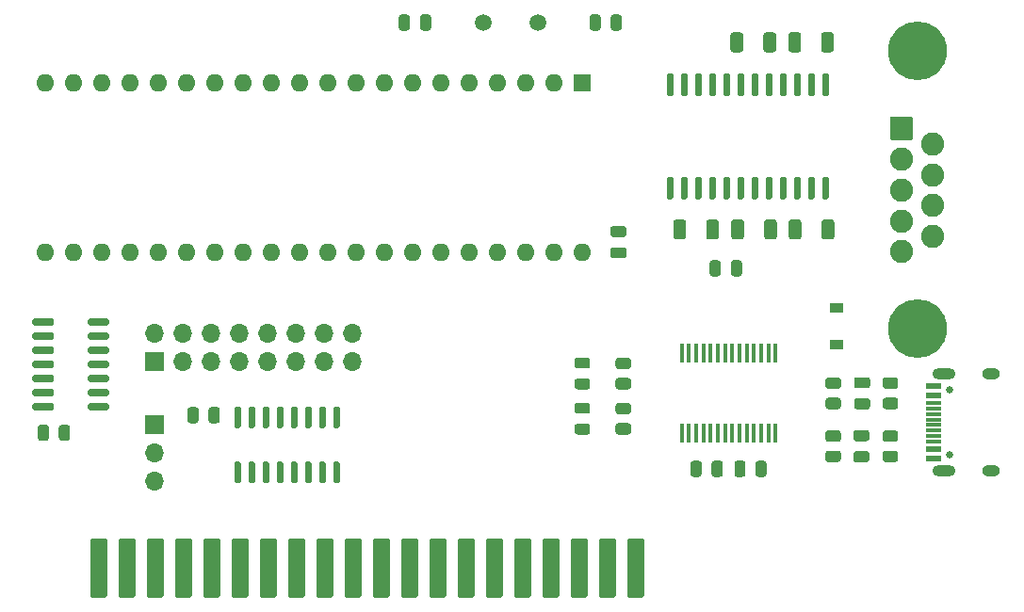
<source format=gbr>
G04 #@! TF.GenerationSoftware,KiCad,Pcbnew,(5.1.9-0-10_14)*
G04 #@! TF.CreationDate,2021-04-09T13:26:58-05:00*
G04 #@! TF.ProjectId,Serial Card,53657269-616c-4204-9361-72642e6b6963,rev?*
G04 #@! TF.SameCoordinates,Original*
G04 #@! TF.FileFunction,Soldermask,Top*
G04 #@! TF.FilePolarity,Negative*
%FSLAX46Y46*%
G04 Gerber Fmt 4.6, Leading zero omitted, Abs format (unit mm)*
G04 Created by KiCad (PCBNEW (5.1.9-0-10_14)) date 2021-04-09 13:26:58*
%MOMM*%
%LPD*%
G01*
G04 APERTURE LIST*
%ADD10R,1.200000X0.900000*%
%ADD11R,1.700000X1.700000*%
%ADD12O,1.700000X1.700000*%
%ADD13C,2.082800*%
%ADD14C,5.283200*%
%ADD15O,1.600000X1.000000*%
%ADD16C,0.650000*%
%ADD17O,2.100000X1.000000*%
%ADD18R,1.450000X0.300000*%
%ADD19R,1.450000X0.600000*%
%ADD20R,1.600000X1.600000*%
%ADD21O,1.600000X1.600000*%
%ADD22R,0.450000X1.750000*%
%ADD23C,1.500000*%
G04 APERTURE END LIST*
G36*
G01*
X166774000Y-96812000D02*
X166474000Y-96812000D01*
G75*
G02*
X166324000Y-96662000I0J150000D01*
G01*
X166324000Y-94912000D01*
G75*
G02*
X166474000Y-94762000I150000J0D01*
G01*
X166774000Y-94762000D01*
G75*
G02*
X166924000Y-94912000I0J-150000D01*
G01*
X166924000Y-96662000D01*
G75*
G02*
X166774000Y-96812000I-150000J0D01*
G01*
G37*
G36*
G01*
X168044000Y-96812000D02*
X167744000Y-96812000D01*
G75*
G02*
X167594000Y-96662000I0J150000D01*
G01*
X167594000Y-94912000D01*
G75*
G02*
X167744000Y-94762000I150000J0D01*
G01*
X168044000Y-94762000D01*
G75*
G02*
X168194000Y-94912000I0J-150000D01*
G01*
X168194000Y-96662000D01*
G75*
G02*
X168044000Y-96812000I-150000J0D01*
G01*
G37*
G36*
G01*
X169314000Y-96812000D02*
X169014000Y-96812000D01*
G75*
G02*
X168864000Y-96662000I0J150000D01*
G01*
X168864000Y-94912000D01*
G75*
G02*
X169014000Y-94762000I150000J0D01*
G01*
X169314000Y-94762000D01*
G75*
G02*
X169464000Y-94912000I0J-150000D01*
G01*
X169464000Y-96662000D01*
G75*
G02*
X169314000Y-96812000I-150000J0D01*
G01*
G37*
G36*
G01*
X170584000Y-96812000D02*
X170284000Y-96812000D01*
G75*
G02*
X170134000Y-96662000I0J150000D01*
G01*
X170134000Y-94912000D01*
G75*
G02*
X170284000Y-94762000I150000J0D01*
G01*
X170584000Y-94762000D01*
G75*
G02*
X170734000Y-94912000I0J-150000D01*
G01*
X170734000Y-96662000D01*
G75*
G02*
X170584000Y-96812000I-150000J0D01*
G01*
G37*
G36*
G01*
X171854000Y-96812000D02*
X171554000Y-96812000D01*
G75*
G02*
X171404000Y-96662000I0J150000D01*
G01*
X171404000Y-94912000D01*
G75*
G02*
X171554000Y-94762000I150000J0D01*
G01*
X171854000Y-94762000D01*
G75*
G02*
X172004000Y-94912000I0J-150000D01*
G01*
X172004000Y-96662000D01*
G75*
G02*
X171854000Y-96812000I-150000J0D01*
G01*
G37*
G36*
G01*
X173124000Y-96812000D02*
X172824000Y-96812000D01*
G75*
G02*
X172674000Y-96662000I0J150000D01*
G01*
X172674000Y-94912000D01*
G75*
G02*
X172824000Y-94762000I150000J0D01*
G01*
X173124000Y-94762000D01*
G75*
G02*
X173274000Y-94912000I0J-150000D01*
G01*
X173274000Y-96662000D01*
G75*
G02*
X173124000Y-96812000I-150000J0D01*
G01*
G37*
G36*
G01*
X174394000Y-96812000D02*
X174094000Y-96812000D01*
G75*
G02*
X173944000Y-96662000I0J150000D01*
G01*
X173944000Y-94912000D01*
G75*
G02*
X174094000Y-94762000I150000J0D01*
G01*
X174394000Y-94762000D01*
G75*
G02*
X174544000Y-94912000I0J-150000D01*
G01*
X174544000Y-96662000D01*
G75*
G02*
X174394000Y-96812000I-150000J0D01*
G01*
G37*
G36*
G01*
X175664000Y-96812000D02*
X175364000Y-96812000D01*
G75*
G02*
X175214000Y-96662000I0J150000D01*
G01*
X175214000Y-94912000D01*
G75*
G02*
X175364000Y-94762000I150000J0D01*
G01*
X175664000Y-94762000D01*
G75*
G02*
X175814000Y-94912000I0J-150000D01*
G01*
X175814000Y-96662000D01*
G75*
G02*
X175664000Y-96812000I-150000J0D01*
G01*
G37*
G36*
G01*
X176934000Y-96812000D02*
X176634000Y-96812000D01*
G75*
G02*
X176484000Y-96662000I0J150000D01*
G01*
X176484000Y-94912000D01*
G75*
G02*
X176634000Y-94762000I150000J0D01*
G01*
X176934000Y-94762000D01*
G75*
G02*
X177084000Y-94912000I0J-150000D01*
G01*
X177084000Y-96662000D01*
G75*
G02*
X176934000Y-96812000I-150000J0D01*
G01*
G37*
G36*
G01*
X178204000Y-96812000D02*
X177904000Y-96812000D01*
G75*
G02*
X177754000Y-96662000I0J150000D01*
G01*
X177754000Y-94912000D01*
G75*
G02*
X177904000Y-94762000I150000J0D01*
G01*
X178204000Y-94762000D01*
G75*
G02*
X178354000Y-94912000I0J-150000D01*
G01*
X178354000Y-96662000D01*
G75*
G02*
X178204000Y-96812000I-150000J0D01*
G01*
G37*
G36*
G01*
X179474000Y-96812000D02*
X179174000Y-96812000D01*
G75*
G02*
X179024000Y-96662000I0J150000D01*
G01*
X179024000Y-94912000D01*
G75*
G02*
X179174000Y-94762000I150000J0D01*
G01*
X179474000Y-94762000D01*
G75*
G02*
X179624000Y-94912000I0J-150000D01*
G01*
X179624000Y-96662000D01*
G75*
G02*
X179474000Y-96812000I-150000J0D01*
G01*
G37*
G36*
G01*
X180744000Y-96812000D02*
X180444000Y-96812000D01*
G75*
G02*
X180294000Y-96662000I0J150000D01*
G01*
X180294000Y-94912000D01*
G75*
G02*
X180444000Y-94762000I150000J0D01*
G01*
X180744000Y-94762000D01*
G75*
G02*
X180894000Y-94912000I0J-150000D01*
G01*
X180894000Y-96662000D01*
G75*
G02*
X180744000Y-96812000I-150000J0D01*
G01*
G37*
G36*
G01*
X180744000Y-87512000D02*
X180444000Y-87512000D01*
G75*
G02*
X180294000Y-87362000I0J150000D01*
G01*
X180294000Y-85612000D01*
G75*
G02*
X180444000Y-85462000I150000J0D01*
G01*
X180744000Y-85462000D01*
G75*
G02*
X180894000Y-85612000I0J-150000D01*
G01*
X180894000Y-87362000D01*
G75*
G02*
X180744000Y-87512000I-150000J0D01*
G01*
G37*
G36*
G01*
X179474000Y-87512000D02*
X179174000Y-87512000D01*
G75*
G02*
X179024000Y-87362000I0J150000D01*
G01*
X179024000Y-85612000D01*
G75*
G02*
X179174000Y-85462000I150000J0D01*
G01*
X179474000Y-85462000D01*
G75*
G02*
X179624000Y-85612000I0J-150000D01*
G01*
X179624000Y-87362000D01*
G75*
G02*
X179474000Y-87512000I-150000J0D01*
G01*
G37*
G36*
G01*
X178204000Y-87512000D02*
X177904000Y-87512000D01*
G75*
G02*
X177754000Y-87362000I0J150000D01*
G01*
X177754000Y-85612000D01*
G75*
G02*
X177904000Y-85462000I150000J0D01*
G01*
X178204000Y-85462000D01*
G75*
G02*
X178354000Y-85612000I0J-150000D01*
G01*
X178354000Y-87362000D01*
G75*
G02*
X178204000Y-87512000I-150000J0D01*
G01*
G37*
G36*
G01*
X176934000Y-87512000D02*
X176634000Y-87512000D01*
G75*
G02*
X176484000Y-87362000I0J150000D01*
G01*
X176484000Y-85612000D01*
G75*
G02*
X176634000Y-85462000I150000J0D01*
G01*
X176934000Y-85462000D01*
G75*
G02*
X177084000Y-85612000I0J-150000D01*
G01*
X177084000Y-87362000D01*
G75*
G02*
X176934000Y-87512000I-150000J0D01*
G01*
G37*
G36*
G01*
X175664000Y-87512000D02*
X175364000Y-87512000D01*
G75*
G02*
X175214000Y-87362000I0J150000D01*
G01*
X175214000Y-85612000D01*
G75*
G02*
X175364000Y-85462000I150000J0D01*
G01*
X175664000Y-85462000D01*
G75*
G02*
X175814000Y-85612000I0J-150000D01*
G01*
X175814000Y-87362000D01*
G75*
G02*
X175664000Y-87512000I-150000J0D01*
G01*
G37*
G36*
G01*
X174394000Y-87512000D02*
X174094000Y-87512000D01*
G75*
G02*
X173944000Y-87362000I0J150000D01*
G01*
X173944000Y-85612000D01*
G75*
G02*
X174094000Y-85462000I150000J0D01*
G01*
X174394000Y-85462000D01*
G75*
G02*
X174544000Y-85612000I0J-150000D01*
G01*
X174544000Y-87362000D01*
G75*
G02*
X174394000Y-87512000I-150000J0D01*
G01*
G37*
G36*
G01*
X173124000Y-87512000D02*
X172824000Y-87512000D01*
G75*
G02*
X172674000Y-87362000I0J150000D01*
G01*
X172674000Y-85612000D01*
G75*
G02*
X172824000Y-85462000I150000J0D01*
G01*
X173124000Y-85462000D01*
G75*
G02*
X173274000Y-85612000I0J-150000D01*
G01*
X173274000Y-87362000D01*
G75*
G02*
X173124000Y-87512000I-150000J0D01*
G01*
G37*
G36*
G01*
X171854000Y-87512000D02*
X171554000Y-87512000D01*
G75*
G02*
X171404000Y-87362000I0J150000D01*
G01*
X171404000Y-85612000D01*
G75*
G02*
X171554000Y-85462000I150000J0D01*
G01*
X171854000Y-85462000D01*
G75*
G02*
X172004000Y-85612000I0J-150000D01*
G01*
X172004000Y-87362000D01*
G75*
G02*
X171854000Y-87512000I-150000J0D01*
G01*
G37*
G36*
G01*
X170584000Y-87512000D02*
X170284000Y-87512000D01*
G75*
G02*
X170134000Y-87362000I0J150000D01*
G01*
X170134000Y-85612000D01*
G75*
G02*
X170284000Y-85462000I150000J0D01*
G01*
X170584000Y-85462000D01*
G75*
G02*
X170734000Y-85612000I0J-150000D01*
G01*
X170734000Y-87362000D01*
G75*
G02*
X170584000Y-87512000I-150000J0D01*
G01*
G37*
G36*
G01*
X169314000Y-87512000D02*
X169014000Y-87512000D01*
G75*
G02*
X168864000Y-87362000I0J150000D01*
G01*
X168864000Y-85612000D01*
G75*
G02*
X169014000Y-85462000I150000J0D01*
G01*
X169314000Y-85462000D01*
G75*
G02*
X169464000Y-85612000I0J-150000D01*
G01*
X169464000Y-87362000D01*
G75*
G02*
X169314000Y-87512000I-150000J0D01*
G01*
G37*
G36*
G01*
X168044000Y-87512000D02*
X167744000Y-87512000D01*
G75*
G02*
X167594000Y-87362000I0J150000D01*
G01*
X167594000Y-85612000D01*
G75*
G02*
X167744000Y-85462000I150000J0D01*
G01*
X168044000Y-85462000D01*
G75*
G02*
X168194000Y-85612000I0J-150000D01*
G01*
X168194000Y-87362000D01*
G75*
G02*
X168044000Y-87512000I-150000J0D01*
G01*
G37*
G36*
G01*
X166774000Y-87512000D02*
X166474000Y-87512000D01*
G75*
G02*
X166324000Y-87362000I0J150000D01*
G01*
X166324000Y-85612000D01*
G75*
G02*
X166474000Y-85462000I150000J0D01*
G01*
X166774000Y-85462000D01*
G75*
G02*
X166924000Y-85612000I0J-150000D01*
G01*
X166924000Y-87362000D01*
G75*
G02*
X166774000Y-87512000I-150000J0D01*
G01*
G37*
G36*
G01*
X115925000Y-132591600D02*
X114655000Y-132591600D01*
G75*
G02*
X114553400Y-132490000I0J101600D01*
G01*
X114553400Y-127410000D01*
G75*
G02*
X114655000Y-127308400I101600J0D01*
G01*
X115925000Y-127308400D01*
G75*
G02*
X116026600Y-127410000I0J-101600D01*
G01*
X116026600Y-132490000D01*
G75*
G02*
X115925000Y-132591600I-101600J0D01*
G01*
G37*
G36*
G01*
X118465000Y-132591600D02*
X117195000Y-132591600D01*
G75*
G02*
X117093400Y-132490000I0J101600D01*
G01*
X117093400Y-127410000D01*
G75*
G02*
X117195000Y-127308400I101600J0D01*
G01*
X118465000Y-127308400D01*
G75*
G02*
X118566600Y-127410000I0J-101600D01*
G01*
X118566600Y-132490000D01*
G75*
G02*
X118465000Y-132591600I-101600J0D01*
G01*
G37*
G36*
G01*
X121005000Y-132591600D02*
X119735000Y-132591600D01*
G75*
G02*
X119633400Y-132490000I0J101600D01*
G01*
X119633400Y-127410000D01*
G75*
G02*
X119735000Y-127308400I101600J0D01*
G01*
X121005000Y-127308400D01*
G75*
G02*
X121106600Y-127410000I0J-101600D01*
G01*
X121106600Y-132490000D01*
G75*
G02*
X121005000Y-132591600I-101600J0D01*
G01*
G37*
G36*
G01*
X123545000Y-132591600D02*
X122275000Y-132591600D01*
G75*
G02*
X122173400Y-132490000I0J101600D01*
G01*
X122173400Y-127410000D01*
G75*
G02*
X122275000Y-127308400I101600J0D01*
G01*
X123545000Y-127308400D01*
G75*
G02*
X123646600Y-127410000I0J-101600D01*
G01*
X123646600Y-132490000D01*
G75*
G02*
X123545000Y-132591600I-101600J0D01*
G01*
G37*
G36*
G01*
X126085000Y-132591600D02*
X124815000Y-132591600D01*
G75*
G02*
X124713400Y-132490000I0J101600D01*
G01*
X124713400Y-127410000D01*
G75*
G02*
X124815000Y-127308400I101600J0D01*
G01*
X126085000Y-127308400D01*
G75*
G02*
X126186600Y-127410000I0J-101600D01*
G01*
X126186600Y-132490000D01*
G75*
G02*
X126085000Y-132591600I-101600J0D01*
G01*
G37*
G36*
G01*
X128625000Y-132591600D02*
X127355000Y-132591600D01*
G75*
G02*
X127253400Y-132490000I0J101600D01*
G01*
X127253400Y-127410000D01*
G75*
G02*
X127355000Y-127308400I101600J0D01*
G01*
X128625000Y-127308400D01*
G75*
G02*
X128726600Y-127410000I0J-101600D01*
G01*
X128726600Y-132490000D01*
G75*
G02*
X128625000Y-132591600I-101600J0D01*
G01*
G37*
G36*
G01*
X131165000Y-132591600D02*
X129895000Y-132591600D01*
G75*
G02*
X129793400Y-132490000I0J101600D01*
G01*
X129793400Y-127410000D01*
G75*
G02*
X129895000Y-127308400I101600J0D01*
G01*
X131165000Y-127308400D01*
G75*
G02*
X131266600Y-127410000I0J-101600D01*
G01*
X131266600Y-132490000D01*
G75*
G02*
X131165000Y-132591600I-101600J0D01*
G01*
G37*
G36*
G01*
X133705000Y-132591600D02*
X132435000Y-132591600D01*
G75*
G02*
X132333400Y-132490000I0J101600D01*
G01*
X132333400Y-127410000D01*
G75*
G02*
X132435000Y-127308400I101600J0D01*
G01*
X133705000Y-127308400D01*
G75*
G02*
X133806600Y-127410000I0J-101600D01*
G01*
X133806600Y-132490000D01*
G75*
G02*
X133705000Y-132591600I-101600J0D01*
G01*
G37*
G36*
G01*
X136245000Y-132591600D02*
X134975000Y-132591600D01*
G75*
G02*
X134873400Y-132490000I0J101600D01*
G01*
X134873400Y-127410000D01*
G75*
G02*
X134975000Y-127308400I101600J0D01*
G01*
X136245000Y-127308400D01*
G75*
G02*
X136346600Y-127410000I0J-101600D01*
G01*
X136346600Y-132490000D01*
G75*
G02*
X136245000Y-132591600I-101600J0D01*
G01*
G37*
G36*
G01*
X138785000Y-132591600D02*
X137515000Y-132591600D01*
G75*
G02*
X137413400Y-132490000I0J101600D01*
G01*
X137413400Y-127410000D01*
G75*
G02*
X137515000Y-127308400I101600J0D01*
G01*
X138785000Y-127308400D01*
G75*
G02*
X138886600Y-127410000I0J-101600D01*
G01*
X138886600Y-132490000D01*
G75*
G02*
X138785000Y-132591600I-101600J0D01*
G01*
G37*
G36*
G01*
X141325000Y-132591600D02*
X140055000Y-132591600D01*
G75*
G02*
X139953400Y-132490000I0J101600D01*
G01*
X139953400Y-127410000D01*
G75*
G02*
X140055000Y-127308400I101600J0D01*
G01*
X141325000Y-127308400D01*
G75*
G02*
X141426600Y-127410000I0J-101600D01*
G01*
X141426600Y-132490000D01*
G75*
G02*
X141325000Y-132591600I-101600J0D01*
G01*
G37*
G36*
G01*
X143865000Y-132591600D02*
X142595000Y-132591600D01*
G75*
G02*
X142493400Y-132490000I0J101600D01*
G01*
X142493400Y-127410000D01*
G75*
G02*
X142595000Y-127308400I101600J0D01*
G01*
X143865000Y-127308400D01*
G75*
G02*
X143966600Y-127410000I0J-101600D01*
G01*
X143966600Y-132490000D01*
G75*
G02*
X143865000Y-132591600I-101600J0D01*
G01*
G37*
G36*
G01*
X146405000Y-132591600D02*
X145135000Y-132591600D01*
G75*
G02*
X145033400Y-132490000I0J101600D01*
G01*
X145033400Y-127410000D01*
G75*
G02*
X145135000Y-127308400I101600J0D01*
G01*
X146405000Y-127308400D01*
G75*
G02*
X146506600Y-127410000I0J-101600D01*
G01*
X146506600Y-132490000D01*
G75*
G02*
X146405000Y-132591600I-101600J0D01*
G01*
G37*
G36*
G01*
X148945000Y-132591600D02*
X147675000Y-132591600D01*
G75*
G02*
X147573400Y-132490000I0J101600D01*
G01*
X147573400Y-127410000D01*
G75*
G02*
X147675000Y-127308400I101600J0D01*
G01*
X148945000Y-127308400D01*
G75*
G02*
X149046600Y-127410000I0J-101600D01*
G01*
X149046600Y-132490000D01*
G75*
G02*
X148945000Y-132591600I-101600J0D01*
G01*
G37*
G36*
G01*
X151485000Y-132591600D02*
X150215000Y-132591600D01*
G75*
G02*
X150113400Y-132490000I0J101600D01*
G01*
X150113400Y-127410000D01*
G75*
G02*
X150215000Y-127308400I101600J0D01*
G01*
X151485000Y-127308400D01*
G75*
G02*
X151586600Y-127410000I0J-101600D01*
G01*
X151586600Y-132490000D01*
G75*
G02*
X151485000Y-132591600I-101600J0D01*
G01*
G37*
G36*
G01*
X154025000Y-132591600D02*
X152755000Y-132591600D01*
G75*
G02*
X152653400Y-132490000I0J101600D01*
G01*
X152653400Y-127410000D01*
G75*
G02*
X152755000Y-127308400I101600J0D01*
G01*
X154025000Y-127308400D01*
G75*
G02*
X154126600Y-127410000I0J-101600D01*
G01*
X154126600Y-132490000D01*
G75*
G02*
X154025000Y-132591600I-101600J0D01*
G01*
G37*
G36*
G01*
X156565000Y-132591600D02*
X155295000Y-132591600D01*
G75*
G02*
X155193400Y-132490000I0J101600D01*
G01*
X155193400Y-127410000D01*
G75*
G02*
X155295000Y-127308400I101600J0D01*
G01*
X156565000Y-127308400D01*
G75*
G02*
X156666600Y-127410000I0J-101600D01*
G01*
X156666600Y-132490000D01*
G75*
G02*
X156565000Y-132591600I-101600J0D01*
G01*
G37*
G36*
G01*
X159105000Y-132591600D02*
X157835000Y-132591600D01*
G75*
G02*
X157733400Y-132490000I0J101600D01*
G01*
X157733400Y-127410000D01*
G75*
G02*
X157835000Y-127308400I101600J0D01*
G01*
X159105000Y-127308400D01*
G75*
G02*
X159206600Y-127410000I0J-101600D01*
G01*
X159206600Y-132490000D01*
G75*
G02*
X159105000Y-132591600I-101600J0D01*
G01*
G37*
G36*
G01*
X161645000Y-132591600D02*
X160375000Y-132591600D01*
G75*
G02*
X160273400Y-132490000I0J101600D01*
G01*
X160273400Y-127410000D01*
G75*
G02*
X160375000Y-127308400I101600J0D01*
G01*
X161645000Y-127308400D01*
G75*
G02*
X161746600Y-127410000I0J-101600D01*
G01*
X161746600Y-132490000D01*
G75*
G02*
X161645000Y-132591600I-101600J0D01*
G01*
G37*
G36*
G01*
X164185000Y-132591600D02*
X162915000Y-132591600D01*
G75*
G02*
X162813400Y-132490000I0J101600D01*
G01*
X162813400Y-127410000D01*
G75*
G02*
X162915000Y-127308400I101600J0D01*
G01*
X164185000Y-127308400D01*
G75*
G02*
X164286600Y-127410000I0J-101600D01*
G01*
X164286600Y-132490000D01*
G75*
G02*
X164185000Y-132591600I-101600J0D01*
G01*
G37*
G36*
G01*
X173280500Y-98854499D02*
X173280500Y-100154501D01*
G75*
G02*
X173030501Y-100404500I-249999J0D01*
G01*
X172380499Y-100404500D01*
G75*
G02*
X172130500Y-100154501I0J249999D01*
G01*
X172130500Y-98854499D01*
G75*
G02*
X172380499Y-98604500I249999J0D01*
G01*
X173030501Y-98604500D01*
G75*
G02*
X173280500Y-98854499I0J-249999D01*
G01*
G37*
G36*
G01*
X176230500Y-98854499D02*
X176230500Y-100154501D01*
G75*
G02*
X175980501Y-100404500I-249999J0D01*
G01*
X175330499Y-100404500D01*
G75*
G02*
X175080500Y-100154501I0J249999D01*
G01*
X175080500Y-98854499D01*
G75*
G02*
X175330499Y-98604500I249999J0D01*
G01*
X175980501Y-98604500D01*
G75*
G02*
X176230500Y-98854499I0J-249999D01*
G01*
G37*
G36*
G01*
X171023500Y-98854499D02*
X171023500Y-100154501D01*
G75*
G02*
X170773501Y-100404500I-249999J0D01*
G01*
X170123499Y-100404500D01*
G75*
G02*
X169873500Y-100154501I0J249999D01*
G01*
X169873500Y-98854499D01*
G75*
G02*
X170123499Y-98604500I249999J0D01*
G01*
X170773501Y-98604500D01*
G75*
G02*
X171023500Y-98854499I0J-249999D01*
G01*
G37*
G36*
G01*
X168073500Y-98854499D02*
X168073500Y-100154501D01*
G75*
G02*
X167823501Y-100404500I-249999J0D01*
G01*
X167173499Y-100404500D01*
G75*
G02*
X166923500Y-100154501I0J249999D01*
G01*
X166923500Y-98854499D01*
G75*
G02*
X167173499Y-98604500I249999J0D01*
G01*
X167823501Y-98604500D01*
G75*
G02*
X168073500Y-98854499I0J-249999D01*
G01*
G37*
G36*
G01*
X180238500Y-100154501D02*
X180238500Y-98854499D01*
G75*
G02*
X180488499Y-98604500I249999J0D01*
G01*
X181138501Y-98604500D01*
G75*
G02*
X181388500Y-98854499I0J-249999D01*
G01*
X181388500Y-100154501D01*
G75*
G02*
X181138501Y-100404500I-249999J0D01*
G01*
X180488499Y-100404500D01*
G75*
G02*
X180238500Y-100154501I0J249999D01*
G01*
G37*
G36*
G01*
X177288500Y-100154501D02*
X177288500Y-98854499D01*
G75*
G02*
X177538499Y-98604500I249999J0D01*
G01*
X178188501Y-98604500D01*
G75*
G02*
X178438500Y-98854499I0J-249999D01*
G01*
X178438500Y-100154501D01*
G75*
G02*
X178188501Y-100404500I-249999J0D01*
G01*
X177538499Y-100404500D01*
G75*
G02*
X177288500Y-100154501I0J249999D01*
G01*
G37*
G36*
G01*
X181359500Y-82026999D02*
X181359500Y-83327001D01*
G75*
G02*
X181109501Y-83577000I-249999J0D01*
G01*
X180459499Y-83577000D01*
G75*
G02*
X180209500Y-83327001I0J249999D01*
G01*
X180209500Y-82026999D01*
G75*
G02*
X180459499Y-81777000I249999J0D01*
G01*
X181109501Y-81777000D01*
G75*
G02*
X181359500Y-82026999I0J-249999D01*
G01*
G37*
G36*
G01*
X178409500Y-82026999D02*
X178409500Y-83327001D01*
G75*
G02*
X178159501Y-83577000I-249999J0D01*
G01*
X177509499Y-83577000D01*
G75*
G02*
X177259500Y-83327001I0J249999D01*
G01*
X177259500Y-82026999D01*
G75*
G02*
X177509499Y-81777000I249999J0D01*
G01*
X178159501Y-81777000D01*
G75*
G02*
X178409500Y-82026999I0J-249999D01*
G01*
G37*
G36*
G01*
X172067000Y-83327001D02*
X172067000Y-82026999D01*
G75*
G02*
X172316999Y-81777000I249999J0D01*
G01*
X172967001Y-81777000D01*
G75*
G02*
X173217000Y-82026999I0J-249999D01*
G01*
X173217000Y-83327001D01*
G75*
G02*
X172967001Y-83577000I-249999J0D01*
G01*
X172316999Y-83577000D01*
G75*
G02*
X172067000Y-83327001I0J249999D01*
G01*
G37*
G36*
G01*
X175017000Y-83327001D02*
X175017000Y-82026999D01*
G75*
G02*
X175266999Y-81777000I249999J0D01*
G01*
X175917001Y-81777000D01*
G75*
G02*
X176167000Y-82026999I0J-249999D01*
G01*
X176167000Y-83327001D01*
G75*
G02*
X175917001Y-83577000I-249999J0D01*
G01*
X175266999Y-83577000D01*
G75*
G02*
X175017000Y-83327001I0J249999D01*
G01*
G37*
G36*
G01*
X126164000Y-115730000D02*
X126164000Y-116680000D01*
G75*
G02*
X125914000Y-116930000I-250000J0D01*
G01*
X125414000Y-116930000D01*
G75*
G02*
X125164000Y-116680000I0J250000D01*
G01*
X125164000Y-115730000D01*
G75*
G02*
X125414000Y-115480000I250000J0D01*
G01*
X125914000Y-115480000D01*
G75*
G02*
X126164000Y-115730000I0J-250000D01*
G01*
G37*
G36*
G01*
X124264000Y-115730000D02*
X124264000Y-116680000D01*
G75*
G02*
X124014000Y-116930000I-250000J0D01*
G01*
X123514000Y-116930000D01*
G75*
G02*
X123264000Y-116680000I0J250000D01*
G01*
X123264000Y-115730000D01*
G75*
G02*
X123514000Y-115480000I250000J0D01*
G01*
X124014000Y-115480000D01*
G75*
G02*
X124264000Y-115730000I0J-250000D01*
G01*
G37*
G36*
G01*
X162293000Y-80424000D02*
X162293000Y-81374000D01*
G75*
G02*
X162043000Y-81624000I-250000J0D01*
G01*
X161543000Y-81624000D01*
G75*
G02*
X161293000Y-81374000I0J250000D01*
G01*
X161293000Y-80424000D01*
G75*
G02*
X161543000Y-80174000I250000J0D01*
G01*
X162043000Y-80174000D01*
G75*
G02*
X162293000Y-80424000I0J-250000D01*
G01*
G37*
G36*
G01*
X160393000Y-80424000D02*
X160393000Y-81374000D01*
G75*
G02*
X160143000Y-81624000I-250000J0D01*
G01*
X159643000Y-81624000D01*
G75*
G02*
X159393000Y-81374000I0J250000D01*
G01*
X159393000Y-80424000D01*
G75*
G02*
X159643000Y-80174000I250000J0D01*
G01*
X160143000Y-80174000D01*
G75*
G02*
X160393000Y-80424000I0J-250000D01*
G01*
G37*
G36*
G01*
X144153000Y-81374000D02*
X144153000Y-80424000D01*
G75*
G02*
X144403000Y-80174000I250000J0D01*
G01*
X144903000Y-80174000D01*
G75*
G02*
X145153000Y-80424000I0J-250000D01*
G01*
X145153000Y-81374000D01*
G75*
G02*
X144903000Y-81624000I-250000J0D01*
G01*
X144403000Y-81624000D01*
G75*
G02*
X144153000Y-81374000I0J250000D01*
G01*
G37*
G36*
G01*
X142253000Y-81374000D02*
X142253000Y-80424000D01*
G75*
G02*
X142503000Y-80174000I250000J0D01*
G01*
X143003000Y-80174000D01*
G75*
G02*
X143253000Y-80424000I0J-250000D01*
G01*
X143253000Y-81374000D01*
G75*
G02*
X143003000Y-81624000I-250000J0D01*
G01*
X142503000Y-81624000D01*
G75*
G02*
X142253000Y-81374000I0J250000D01*
G01*
G37*
G36*
G01*
X183421000Y-114686500D02*
X184371000Y-114686500D01*
G75*
G02*
X184621000Y-114936500I0J-250000D01*
G01*
X184621000Y-115436500D01*
G75*
G02*
X184371000Y-115686500I-250000J0D01*
G01*
X183421000Y-115686500D01*
G75*
G02*
X183171000Y-115436500I0J250000D01*
G01*
X183171000Y-114936500D01*
G75*
G02*
X183421000Y-114686500I250000J0D01*
G01*
G37*
G36*
G01*
X183421000Y-112786500D02*
X184371000Y-112786500D01*
G75*
G02*
X184621000Y-113036500I0J-250000D01*
G01*
X184621000Y-113536500D01*
G75*
G02*
X184371000Y-113786500I-250000J0D01*
G01*
X183421000Y-113786500D01*
G75*
G02*
X183171000Y-113536500I0J250000D01*
G01*
X183171000Y-113036500D01*
G75*
G02*
X183421000Y-112786500I250000J0D01*
G01*
G37*
G36*
G01*
X184307500Y-120449000D02*
X183357500Y-120449000D01*
G75*
G02*
X183107500Y-120199000I0J250000D01*
G01*
X183107500Y-119699000D01*
G75*
G02*
X183357500Y-119449000I250000J0D01*
G01*
X184307500Y-119449000D01*
G75*
G02*
X184557500Y-119699000I0J-250000D01*
G01*
X184557500Y-120199000D01*
G75*
G02*
X184307500Y-120449000I-250000J0D01*
G01*
G37*
G36*
G01*
X184307500Y-118549000D02*
X183357500Y-118549000D01*
G75*
G02*
X183107500Y-118299000I0J250000D01*
G01*
X183107500Y-117799000D01*
G75*
G02*
X183357500Y-117549000I250000J0D01*
G01*
X184307500Y-117549000D01*
G75*
G02*
X184557500Y-117799000I0J-250000D01*
G01*
X184557500Y-118299000D01*
G75*
G02*
X184307500Y-118549000I-250000J0D01*
G01*
G37*
G36*
G01*
X171376000Y-120556000D02*
X171376000Y-121506000D01*
G75*
G02*
X171126000Y-121756000I-250000J0D01*
G01*
X170626000Y-121756000D01*
G75*
G02*
X170376000Y-121506000I0J250000D01*
G01*
X170376000Y-120556000D01*
G75*
G02*
X170626000Y-120306000I250000J0D01*
G01*
X171126000Y-120306000D01*
G75*
G02*
X171376000Y-120556000I0J-250000D01*
G01*
G37*
G36*
G01*
X169476000Y-120556000D02*
X169476000Y-121506000D01*
G75*
G02*
X169226000Y-121756000I-250000J0D01*
G01*
X168726000Y-121756000D01*
G75*
G02*
X168476000Y-121506000I0J250000D01*
G01*
X168476000Y-120556000D01*
G75*
G02*
X168726000Y-120306000I250000J0D01*
G01*
X169226000Y-120306000D01*
G75*
G02*
X169476000Y-120556000I0J-250000D01*
G01*
G37*
G36*
G01*
X173090500Y-102522000D02*
X173090500Y-103472000D01*
G75*
G02*
X172840500Y-103722000I-250000J0D01*
G01*
X172340500Y-103722000D01*
G75*
G02*
X172090500Y-103472000I0J250000D01*
G01*
X172090500Y-102522000D01*
G75*
G02*
X172340500Y-102272000I250000J0D01*
G01*
X172840500Y-102272000D01*
G75*
G02*
X173090500Y-102522000I0J-250000D01*
G01*
G37*
G36*
G01*
X171190500Y-102522000D02*
X171190500Y-103472000D01*
G75*
G02*
X170940500Y-103722000I-250000J0D01*
G01*
X170440500Y-103722000D01*
G75*
G02*
X170190500Y-103472000I0J250000D01*
G01*
X170190500Y-102522000D01*
G75*
G02*
X170440500Y-102272000I250000J0D01*
G01*
X170940500Y-102272000D01*
G75*
G02*
X171190500Y-102522000I0J-250000D01*
G01*
G37*
G36*
G01*
X162463500Y-102097500D02*
X161513500Y-102097500D01*
G75*
G02*
X161263500Y-101847500I0J250000D01*
G01*
X161263500Y-101347500D01*
G75*
G02*
X161513500Y-101097500I250000J0D01*
G01*
X162463500Y-101097500D01*
G75*
G02*
X162713500Y-101347500I0J-250000D01*
G01*
X162713500Y-101847500D01*
G75*
G02*
X162463500Y-102097500I-250000J0D01*
G01*
G37*
G36*
G01*
X162463500Y-100197500D02*
X161513500Y-100197500D01*
G75*
G02*
X161263500Y-99947500I0J250000D01*
G01*
X161263500Y-99447500D01*
G75*
G02*
X161513500Y-99197500I250000J0D01*
G01*
X162463500Y-99197500D01*
G75*
G02*
X162713500Y-99447500I0J-250000D01*
G01*
X162713500Y-99947500D01*
G75*
G02*
X162463500Y-100197500I-250000J0D01*
G01*
G37*
G36*
G01*
X174313000Y-121506000D02*
X174313000Y-120556000D01*
G75*
G02*
X174563000Y-120306000I250000J0D01*
G01*
X175063000Y-120306000D01*
G75*
G02*
X175313000Y-120556000I0J-250000D01*
G01*
X175313000Y-121506000D01*
G75*
G02*
X175063000Y-121756000I-250000J0D01*
G01*
X174563000Y-121756000D01*
G75*
G02*
X174313000Y-121506000I0J250000D01*
G01*
G37*
G36*
G01*
X172413000Y-121506000D02*
X172413000Y-120556000D01*
G75*
G02*
X172663000Y-120306000I250000J0D01*
G01*
X173163000Y-120306000D01*
G75*
G02*
X173413000Y-120556000I0J-250000D01*
G01*
X173413000Y-121506000D01*
G75*
G02*
X173163000Y-121756000I-250000J0D01*
G01*
X172663000Y-121756000D01*
G75*
G02*
X172413000Y-121506000I0J250000D01*
G01*
G37*
G36*
G01*
X111702000Y-118267500D02*
X111702000Y-117317500D01*
G75*
G02*
X111952000Y-117067500I250000J0D01*
G01*
X112452000Y-117067500D01*
G75*
G02*
X112702000Y-117317500I0J-250000D01*
G01*
X112702000Y-118267500D01*
G75*
G02*
X112452000Y-118517500I-250000J0D01*
G01*
X111952000Y-118517500D01*
G75*
G02*
X111702000Y-118267500I0J250000D01*
G01*
G37*
G36*
G01*
X109802000Y-118267500D02*
X109802000Y-117317500D01*
G75*
G02*
X110052000Y-117067500I250000J0D01*
G01*
X110552000Y-117067500D01*
G75*
G02*
X110802000Y-117317500I0J-250000D01*
G01*
X110802000Y-118267500D01*
G75*
G02*
X110552000Y-118517500I-250000J0D01*
G01*
X110052000Y-118517500D01*
G75*
G02*
X109802000Y-118267500I0J250000D01*
G01*
G37*
D10*
X181610000Y-106554000D03*
X181610000Y-109854000D03*
G36*
G01*
X159206250Y-112008500D02*
X158293750Y-112008500D01*
G75*
G02*
X158050000Y-111764750I0J243750D01*
G01*
X158050000Y-111277250D01*
G75*
G02*
X158293750Y-111033500I243750J0D01*
G01*
X159206250Y-111033500D01*
G75*
G02*
X159450000Y-111277250I0J-243750D01*
G01*
X159450000Y-111764750D01*
G75*
G02*
X159206250Y-112008500I-243750J0D01*
G01*
G37*
G36*
G01*
X159206250Y-113883500D02*
X158293750Y-113883500D01*
G75*
G02*
X158050000Y-113639750I0J243750D01*
G01*
X158050000Y-113152250D01*
G75*
G02*
X158293750Y-112908500I243750J0D01*
G01*
X159206250Y-112908500D01*
G75*
G02*
X159450000Y-113152250I0J-243750D01*
G01*
X159450000Y-113639750D01*
G75*
G02*
X159206250Y-113883500I-243750J0D01*
G01*
G37*
G36*
G01*
X159206250Y-117947500D02*
X158293750Y-117947500D01*
G75*
G02*
X158050000Y-117703750I0J243750D01*
G01*
X158050000Y-117216250D01*
G75*
G02*
X158293750Y-116972500I243750J0D01*
G01*
X159206250Y-116972500D01*
G75*
G02*
X159450000Y-117216250I0J-243750D01*
G01*
X159450000Y-117703750D01*
G75*
G02*
X159206250Y-117947500I-243750J0D01*
G01*
G37*
G36*
G01*
X159206250Y-116072500D02*
X158293750Y-116072500D01*
G75*
G02*
X158050000Y-115828750I0J243750D01*
G01*
X158050000Y-115341250D01*
G75*
G02*
X158293750Y-115097500I243750J0D01*
G01*
X159206250Y-115097500D01*
G75*
G02*
X159450000Y-115341250I0J-243750D01*
G01*
X159450000Y-115828750D01*
G75*
G02*
X159206250Y-116072500I-243750J0D01*
G01*
G37*
D11*
X120332500Y-111379000D03*
D12*
X120332500Y-108839000D03*
X122872500Y-111379000D03*
X122872500Y-108839000D03*
X125412500Y-111379000D03*
X125412500Y-108839000D03*
X127952500Y-111379000D03*
X127952500Y-108839000D03*
X130492500Y-111379000D03*
X130492500Y-108839000D03*
X133032500Y-111379000D03*
X133032500Y-108839000D03*
X135572500Y-111379000D03*
X135572500Y-108839000D03*
X138112500Y-111379000D03*
X138112500Y-108839000D03*
G36*
G01*
X186489340Y-89377520D02*
X188368940Y-89377520D01*
G75*
G02*
X188470540Y-89479120I0J-101600D01*
G01*
X188470540Y-91358720D01*
G75*
G02*
X188368940Y-91460320I-101600J0D01*
G01*
X186489340Y-91460320D01*
G75*
G02*
X186387740Y-91358720I0J101600D01*
G01*
X186387740Y-89479120D01*
G75*
G02*
X186489340Y-89377520I101600J0D01*
G01*
G37*
D13*
X187429140Y-93190060D03*
X187429140Y-95958660D03*
X187429140Y-98727260D03*
X187429140Y-101498400D03*
X190268860Y-91810840D03*
X190268860Y-94579440D03*
X190268860Y-97337880D03*
X190268860Y-100106480D03*
D14*
X188849000Y-83459320D03*
X188849000Y-108458000D03*
D11*
X120332500Y-117094000D03*
D12*
X120332500Y-119634000D03*
X120332500Y-122174000D03*
D15*
X195442000Y-112522000D03*
D16*
X191792000Y-113952000D03*
D15*
X195442000Y-121162000D03*
D16*
X191792000Y-119732000D03*
D17*
X191262000Y-121162000D03*
X191262000Y-112522000D03*
D18*
X190347000Y-117092000D03*
X190347000Y-115092000D03*
X190347000Y-115592000D03*
X190347000Y-116092000D03*
X190347000Y-116592000D03*
X190347000Y-117592000D03*
X190347000Y-118092000D03*
X190347000Y-118592000D03*
D19*
X190347000Y-113592000D03*
X190347000Y-114392000D03*
X190347000Y-119292000D03*
X190347000Y-120092000D03*
X190347000Y-120092000D03*
X190347000Y-119292000D03*
X190347000Y-114392000D03*
X190347000Y-113592000D03*
G36*
G01*
X180842499Y-114636500D02*
X181742501Y-114636500D01*
G75*
G02*
X181992500Y-114886499I0J-249999D01*
G01*
X181992500Y-115411501D01*
G75*
G02*
X181742501Y-115661500I-249999J0D01*
G01*
X180842499Y-115661500D01*
G75*
G02*
X180592500Y-115411501I0J249999D01*
G01*
X180592500Y-114886499D01*
G75*
G02*
X180842499Y-114636500I249999J0D01*
G01*
G37*
G36*
G01*
X180842499Y-112811500D02*
X181742501Y-112811500D01*
G75*
G02*
X181992500Y-113061499I0J-249999D01*
G01*
X181992500Y-113586501D01*
G75*
G02*
X181742501Y-113836500I-249999J0D01*
G01*
X180842499Y-113836500D01*
G75*
G02*
X180592500Y-113586501I0J249999D01*
G01*
X180592500Y-113061499D01*
G75*
G02*
X180842499Y-112811500I249999J0D01*
G01*
G37*
G36*
G01*
X181742501Y-120424000D02*
X180842499Y-120424000D01*
G75*
G02*
X180592500Y-120174001I0J249999D01*
G01*
X180592500Y-119648999D01*
G75*
G02*
X180842499Y-119399000I249999J0D01*
G01*
X181742501Y-119399000D01*
G75*
G02*
X181992500Y-119648999I0J-249999D01*
G01*
X181992500Y-120174001D01*
G75*
G02*
X181742501Y-120424000I-249999J0D01*
G01*
G37*
G36*
G01*
X181742501Y-118599000D02*
X180842499Y-118599000D01*
G75*
G02*
X180592500Y-118349001I0J249999D01*
G01*
X180592500Y-117823999D01*
G75*
G02*
X180842499Y-117574000I249999J0D01*
G01*
X181742501Y-117574000D01*
G75*
G02*
X181992500Y-117823999I0J-249999D01*
G01*
X181992500Y-118349001D01*
G75*
G02*
X181742501Y-118599000I-249999J0D01*
G01*
G37*
G36*
G01*
X161982999Y-112858500D02*
X162883001Y-112858500D01*
G75*
G02*
X163133000Y-113108499I0J-249999D01*
G01*
X163133000Y-113633501D01*
G75*
G02*
X162883001Y-113883500I-249999J0D01*
G01*
X161982999Y-113883500D01*
G75*
G02*
X161733000Y-113633501I0J249999D01*
G01*
X161733000Y-113108499D01*
G75*
G02*
X161982999Y-112858500I249999J0D01*
G01*
G37*
G36*
G01*
X161982999Y-111033500D02*
X162883001Y-111033500D01*
G75*
G02*
X163133000Y-111283499I0J-249999D01*
G01*
X163133000Y-111808501D01*
G75*
G02*
X162883001Y-112058500I-249999J0D01*
G01*
X161982999Y-112058500D01*
G75*
G02*
X161733000Y-111808501I0J249999D01*
G01*
X161733000Y-111283499D01*
G75*
G02*
X161982999Y-111033500I249999J0D01*
G01*
G37*
G36*
G01*
X161982999Y-115097500D02*
X162883001Y-115097500D01*
G75*
G02*
X163133000Y-115347499I0J-249999D01*
G01*
X163133000Y-115872501D01*
G75*
G02*
X162883001Y-116122500I-249999J0D01*
G01*
X161982999Y-116122500D01*
G75*
G02*
X161733000Y-115872501I0J249999D01*
G01*
X161733000Y-115347499D01*
G75*
G02*
X161982999Y-115097500I249999J0D01*
G01*
G37*
G36*
G01*
X161982999Y-116922500D02*
X162883001Y-116922500D01*
G75*
G02*
X163133000Y-117172499I0J-249999D01*
G01*
X163133000Y-117697501D01*
G75*
G02*
X162883001Y-117947500I-249999J0D01*
G01*
X161982999Y-117947500D01*
G75*
G02*
X161733000Y-117697501I0J249999D01*
G01*
X161733000Y-117172499D01*
G75*
G02*
X161982999Y-116922500I249999J0D01*
G01*
G37*
G36*
G01*
X186886001Y-115661500D02*
X185985999Y-115661500D01*
G75*
G02*
X185736000Y-115411501I0J249999D01*
G01*
X185736000Y-114886499D01*
G75*
G02*
X185985999Y-114636500I249999J0D01*
G01*
X186886001Y-114636500D01*
G75*
G02*
X187136000Y-114886499I0J-249999D01*
G01*
X187136000Y-115411501D01*
G75*
G02*
X186886001Y-115661500I-249999J0D01*
G01*
G37*
G36*
G01*
X186886001Y-113836500D02*
X185985999Y-113836500D01*
G75*
G02*
X185736000Y-113586501I0J249999D01*
G01*
X185736000Y-113061499D01*
G75*
G02*
X185985999Y-112811500I249999J0D01*
G01*
X186886001Y-112811500D01*
G75*
G02*
X187136000Y-113061499I0J-249999D01*
G01*
X187136000Y-113586501D01*
G75*
G02*
X186886001Y-113836500I-249999J0D01*
G01*
G37*
G36*
G01*
X185985999Y-119399000D02*
X186886001Y-119399000D01*
G75*
G02*
X187136000Y-119648999I0J-249999D01*
G01*
X187136000Y-120174001D01*
G75*
G02*
X186886001Y-120424000I-249999J0D01*
G01*
X185985999Y-120424000D01*
G75*
G02*
X185736000Y-120174001I0J249999D01*
G01*
X185736000Y-119648999D01*
G75*
G02*
X185985999Y-119399000I249999J0D01*
G01*
G37*
G36*
G01*
X185985999Y-117574000D02*
X186886001Y-117574000D01*
G75*
G02*
X187136000Y-117823999I0J-249999D01*
G01*
X187136000Y-118349001D01*
G75*
G02*
X186886001Y-118599000I-249999J0D01*
G01*
X185985999Y-118599000D01*
G75*
G02*
X185736000Y-118349001I0J249999D01*
G01*
X185736000Y-117823999D01*
G75*
G02*
X185985999Y-117574000I249999J0D01*
G01*
G37*
G36*
G01*
X127912000Y-122322000D02*
X127612000Y-122322000D01*
G75*
G02*
X127462000Y-122172000I0J150000D01*
G01*
X127462000Y-120522000D01*
G75*
G02*
X127612000Y-120372000I150000J0D01*
G01*
X127912000Y-120372000D01*
G75*
G02*
X128062000Y-120522000I0J-150000D01*
G01*
X128062000Y-122172000D01*
G75*
G02*
X127912000Y-122322000I-150000J0D01*
G01*
G37*
G36*
G01*
X129182000Y-122322000D02*
X128882000Y-122322000D01*
G75*
G02*
X128732000Y-122172000I0J150000D01*
G01*
X128732000Y-120522000D01*
G75*
G02*
X128882000Y-120372000I150000J0D01*
G01*
X129182000Y-120372000D01*
G75*
G02*
X129332000Y-120522000I0J-150000D01*
G01*
X129332000Y-122172000D01*
G75*
G02*
X129182000Y-122322000I-150000J0D01*
G01*
G37*
G36*
G01*
X130452000Y-122322000D02*
X130152000Y-122322000D01*
G75*
G02*
X130002000Y-122172000I0J150000D01*
G01*
X130002000Y-120522000D01*
G75*
G02*
X130152000Y-120372000I150000J0D01*
G01*
X130452000Y-120372000D01*
G75*
G02*
X130602000Y-120522000I0J-150000D01*
G01*
X130602000Y-122172000D01*
G75*
G02*
X130452000Y-122322000I-150000J0D01*
G01*
G37*
G36*
G01*
X131722000Y-122322000D02*
X131422000Y-122322000D01*
G75*
G02*
X131272000Y-122172000I0J150000D01*
G01*
X131272000Y-120522000D01*
G75*
G02*
X131422000Y-120372000I150000J0D01*
G01*
X131722000Y-120372000D01*
G75*
G02*
X131872000Y-120522000I0J-150000D01*
G01*
X131872000Y-122172000D01*
G75*
G02*
X131722000Y-122322000I-150000J0D01*
G01*
G37*
G36*
G01*
X132992000Y-122322000D02*
X132692000Y-122322000D01*
G75*
G02*
X132542000Y-122172000I0J150000D01*
G01*
X132542000Y-120522000D01*
G75*
G02*
X132692000Y-120372000I150000J0D01*
G01*
X132992000Y-120372000D01*
G75*
G02*
X133142000Y-120522000I0J-150000D01*
G01*
X133142000Y-122172000D01*
G75*
G02*
X132992000Y-122322000I-150000J0D01*
G01*
G37*
G36*
G01*
X134262000Y-122322000D02*
X133962000Y-122322000D01*
G75*
G02*
X133812000Y-122172000I0J150000D01*
G01*
X133812000Y-120522000D01*
G75*
G02*
X133962000Y-120372000I150000J0D01*
G01*
X134262000Y-120372000D01*
G75*
G02*
X134412000Y-120522000I0J-150000D01*
G01*
X134412000Y-122172000D01*
G75*
G02*
X134262000Y-122322000I-150000J0D01*
G01*
G37*
G36*
G01*
X135532000Y-122322000D02*
X135232000Y-122322000D01*
G75*
G02*
X135082000Y-122172000I0J150000D01*
G01*
X135082000Y-120522000D01*
G75*
G02*
X135232000Y-120372000I150000J0D01*
G01*
X135532000Y-120372000D01*
G75*
G02*
X135682000Y-120522000I0J-150000D01*
G01*
X135682000Y-122172000D01*
G75*
G02*
X135532000Y-122322000I-150000J0D01*
G01*
G37*
G36*
G01*
X136802000Y-122322000D02*
X136502000Y-122322000D01*
G75*
G02*
X136352000Y-122172000I0J150000D01*
G01*
X136352000Y-120522000D01*
G75*
G02*
X136502000Y-120372000I150000J0D01*
G01*
X136802000Y-120372000D01*
G75*
G02*
X136952000Y-120522000I0J-150000D01*
G01*
X136952000Y-122172000D01*
G75*
G02*
X136802000Y-122322000I-150000J0D01*
G01*
G37*
G36*
G01*
X136802000Y-117372000D02*
X136502000Y-117372000D01*
G75*
G02*
X136352000Y-117222000I0J150000D01*
G01*
X136352000Y-115572000D01*
G75*
G02*
X136502000Y-115422000I150000J0D01*
G01*
X136802000Y-115422000D01*
G75*
G02*
X136952000Y-115572000I0J-150000D01*
G01*
X136952000Y-117222000D01*
G75*
G02*
X136802000Y-117372000I-150000J0D01*
G01*
G37*
G36*
G01*
X135532000Y-117372000D02*
X135232000Y-117372000D01*
G75*
G02*
X135082000Y-117222000I0J150000D01*
G01*
X135082000Y-115572000D01*
G75*
G02*
X135232000Y-115422000I150000J0D01*
G01*
X135532000Y-115422000D01*
G75*
G02*
X135682000Y-115572000I0J-150000D01*
G01*
X135682000Y-117222000D01*
G75*
G02*
X135532000Y-117372000I-150000J0D01*
G01*
G37*
G36*
G01*
X134262000Y-117372000D02*
X133962000Y-117372000D01*
G75*
G02*
X133812000Y-117222000I0J150000D01*
G01*
X133812000Y-115572000D01*
G75*
G02*
X133962000Y-115422000I150000J0D01*
G01*
X134262000Y-115422000D01*
G75*
G02*
X134412000Y-115572000I0J-150000D01*
G01*
X134412000Y-117222000D01*
G75*
G02*
X134262000Y-117372000I-150000J0D01*
G01*
G37*
G36*
G01*
X132992000Y-117372000D02*
X132692000Y-117372000D01*
G75*
G02*
X132542000Y-117222000I0J150000D01*
G01*
X132542000Y-115572000D01*
G75*
G02*
X132692000Y-115422000I150000J0D01*
G01*
X132992000Y-115422000D01*
G75*
G02*
X133142000Y-115572000I0J-150000D01*
G01*
X133142000Y-117222000D01*
G75*
G02*
X132992000Y-117372000I-150000J0D01*
G01*
G37*
G36*
G01*
X131722000Y-117372000D02*
X131422000Y-117372000D01*
G75*
G02*
X131272000Y-117222000I0J150000D01*
G01*
X131272000Y-115572000D01*
G75*
G02*
X131422000Y-115422000I150000J0D01*
G01*
X131722000Y-115422000D01*
G75*
G02*
X131872000Y-115572000I0J-150000D01*
G01*
X131872000Y-117222000D01*
G75*
G02*
X131722000Y-117372000I-150000J0D01*
G01*
G37*
G36*
G01*
X130452000Y-117372000D02*
X130152000Y-117372000D01*
G75*
G02*
X130002000Y-117222000I0J150000D01*
G01*
X130002000Y-115572000D01*
G75*
G02*
X130152000Y-115422000I150000J0D01*
G01*
X130452000Y-115422000D01*
G75*
G02*
X130602000Y-115572000I0J-150000D01*
G01*
X130602000Y-117222000D01*
G75*
G02*
X130452000Y-117372000I-150000J0D01*
G01*
G37*
G36*
G01*
X129182000Y-117372000D02*
X128882000Y-117372000D01*
G75*
G02*
X128732000Y-117222000I0J150000D01*
G01*
X128732000Y-115572000D01*
G75*
G02*
X128882000Y-115422000I150000J0D01*
G01*
X129182000Y-115422000D01*
G75*
G02*
X129332000Y-115572000I0J-150000D01*
G01*
X129332000Y-117222000D01*
G75*
G02*
X129182000Y-117372000I-150000J0D01*
G01*
G37*
G36*
G01*
X127912000Y-117372000D02*
X127612000Y-117372000D01*
G75*
G02*
X127462000Y-117222000I0J150000D01*
G01*
X127462000Y-115572000D01*
G75*
G02*
X127612000Y-115422000I150000J0D01*
G01*
X127912000Y-115422000D01*
G75*
G02*
X128062000Y-115572000I0J-150000D01*
G01*
X128062000Y-117222000D01*
G75*
G02*
X127912000Y-117372000I-150000J0D01*
G01*
G37*
G36*
G01*
X116227500Y-115293000D02*
X116227500Y-115593000D01*
G75*
G02*
X116077500Y-115743000I-150000J0D01*
G01*
X114427500Y-115743000D01*
G75*
G02*
X114277500Y-115593000I0J150000D01*
G01*
X114277500Y-115293000D01*
G75*
G02*
X114427500Y-115143000I150000J0D01*
G01*
X116077500Y-115143000D01*
G75*
G02*
X116227500Y-115293000I0J-150000D01*
G01*
G37*
G36*
G01*
X116227500Y-114023000D02*
X116227500Y-114323000D01*
G75*
G02*
X116077500Y-114473000I-150000J0D01*
G01*
X114427500Y-114473000D01*
G75*
G02*
X114277500Y-114323000I0J150000D01*
G01*
X114277500Y-114023000D01*
G75*
G02*
X114427500Y-113873000I150000J0D01*
G01*
X116077500Y-113873000D01*
G75*
G02*
X116227500Y-114023000I0J-150000D01*
G01*
G37*
G36*
G01*
X116227500Y-112753000D02*
X116227500Y-113053000D01*
G75*
G02*
X116077500Y-113203000I-150000J0D01*
G01*
X114427500Y-113203000D01*
G75*
G02*
X114277500Y-113053000I0J150000D01*
G01*
X114277500Y-112753000D01*
G75*
G02*
X114427500Y-112603000I150000J0D01*
G01*
X116077500Y-112603000D01*
G75*
G02*
X116227500Y-112753000I0J-150000D01*
G01*
G37*
G36*
G01*
X116227500Y-111483000D02*
X116227500Y-111783000D01*
G75*
G02*
X116077500Y-111933000I-150000J0D01*
G01*
X114427500Y-111933000D01*
G75*
G02*
X114277500Y-111783000I0J150000D01*
G01*
X114277500Y-111483000D01*
G75*
G02*
X114427500Y-111333000I150000J0D01*
G01*
X116077500Y-111333000D01*
G75*
G02*
X116227500Y-111483000I0J-150000D01*
G01*
G37*
G36*
G01*
X116227500Y-110213000D02*
X116227500Y-110513000D01*
G75*
G02*
X116077500Y-110663000I-150000J0D01*
G01*
X114427500Y-110663000D01*
G75*
G02*
X114277500Y-110513000I0J150000D01*
G01*
X114277500Y-110213000D01*
G75*
G02*
X114427500Y-110063000I150000J0D01*
G01*
X116077500Y-110063000D01*
G75*
G02*
X116227500Y-110213000I0J-150000D01*
G01*
G37*
G36*
G01*
X116227500Y-108943000D02*
X116227500Y-109243000D01*
G75*
G02*
X116077500Y-109393000I-150000J0D01*
G01*
X114427500Y-109393000D01*
G75*
G02*
X114277500Y-109243000I0J150000D01*
G01*
X114277500Y-108943000D01*
G75*
G02*
X114427500Y-108793000I150000J0D01*
G01*
X116077500Y-108793000D01*
G75*
G02*
X116227500Y-108943000I0J-150000D01*
G01*
G37*
G36*
G01*
X116227500Y-107673000D02*
X116227500Y-107973000D01*
G75*
G02*
X116077500Y-108123000I-150000J0D01*
G01*
X114427500Y-108123000D01*
G75*
G02*
X114277500Y-107973000I0J150000D01*
G01*
X114277500Y-107673000D01*
G75*
G02*
X114427500Y-107523000I150000J0D01*
G01*
X116077500Y-107523000D01*
G75*
G02*
X116227500Y-107673000I0J-150000D01*
G01*
G37*
G36*
G01*
X111277500Y-107673000D02*
X111277500Y-107973000D01*
G75*
G02*
X111127500Y-108123000I-150000J0D01*
G01*
X109477500Y-108123000D01*
G75*
G02*
X109327500Y-107973000I0J150000D01*
G01*
X109327500Y-107673000D01*
G75*
G02*
X109477500Y-107523000I150000J0D01*
G01*
X111127500Y-107523000D01*
G75*
G02*
X111277500Y-107673000I0J-150000D01*
G01*
G37*
G36*
G01*
X111277500Y-108943000D02*
X111277500Y-109243000D01*
G75*
G02*
X111127500Y-109393000I-150000J0D01*
G01*
X109477500Y-109393000D01*
G75*
G02*
X109327500Y-109243000I0J150000D01*
G01*
X109327500Y-108943000D01*
G75*
G02*
X109477500Y-108793000I150000J0D01*
G01*
X111127500Y-108793000D01*
G75*
G02*
X111277500Y-108943000I0J-150000D01*
G01*
G37*
G36*
G01*
X111277500Y-110213000D02*
X111277500Y-110513000D01*
G75*
G02*
X111127500Y-110663000I-150000J0D01*
G01*
X109477500Y-110663000D01*
G75*
G02*
X109327500Y-110513000I0J150000D01*
G01*
X109327500Y-110213000D01*
G75*
G02*
X109477500Y-110063000I150000J0D01*
G01*
X111127500Y-110063000D01*
G75*
G02*
X111277500Y-110213000I0J-150000D01*
G01*
G37*
G36*
G01*
X111277500Y-111483000D02*
X111277500Y-111783000D01*
G75*
G02*
X111127500Y-111933000I-150000J0D01*
G01*
X109477500Y-111933000D01*
G75*
G02*
X109327500Y-111783000I0J150000D01*
G01*
X109327500Y-111483000D01*
G75*
G02*
X109477500Y-111333000I150000J0D01*
G01*
X111127500Y-111333000D01*
G75*
G02*
X111277500Y-111483000I0J-150000D01*
G01*
G37*
G36*
G01*
X111277500Y-112753000D02*
X111277500Y-113053000D01*
G75*
G02*
X111127500Y-113203000I-150000J0D01*
G01*
X109477500Y-113203000D01*
G75*
G02*
X109327500Y-113053000I0J150000D01*
G01*
X109327500Y-112753000D01*
G75*
G02*
X109477500Y-112603000I150000J0D01*
G01*
X111127500Y-112603000D01*
G75*
G02*
X111277500Y-112753000I0J-150000D01*
G01*
G37*
G36*
G01*
X111277500Y-114023000D02*
X111277500Y-114323000D01*
G75*
G02*
X111127500Y-114473000I-150000J0D01*
G01*
X109477500Y-114473000D01*
G75*
G02*
X109327500Y-114323000I0J150000D01*
G01*
X109327500Y-114023000D01*
G75*
G02*
X109477500Y-113873000I150000J0D01*
G01*
X111127500Y-113873000D01*
G75*
G02*
X111277500Y-114023000I0J-150000D01*
G01*
G37*
G36*
G01*
X111277500Y-115293000D02*
X111277500Y-115593000D01*
G75*
G02*
X111127500Y-115743000I-150000J0D01*
G01*
X109477500Y-115743000D01*
G75*
G02*
X109327500Y-115593000I0J150000D01*
G01*
X109327500Y-115293000D01*
G75*
G02*
X109477500Y-115143000I150000J0D01*
G01*
X111127500Y-115143000D01*
G75*
G02*
X111277500Y-115293000I0J-150000D01*
G01*
G37*
D20*
X158750000Y-86360000D03*
D21*
X110490000Y-101600000D03*
X156210000Y-86360000D03*
X113030000Y-101600000D03*
X153670000Y-86360000D03*
X115570000Y-101600000D03*
X151130000Y-86360000D03*
X118110000Y-101600000D03*
X148590000Y-86360000D03*
X120650000Y-101600000D03*
X146050000Y-86360000D03*
X123190000Y-101600000D03*
X143510000Y-86360000D03*
X125730000Y-101600000D03*
X140970000Y-86360000D03*
X128270000Y-101600000D03*
X138430000Y-86360000D03*
X130810000Y-101600000D03*
X135890000Y-86360000D03*
X133350000Y-101600000D03*
X133350000Y-86360000D03*
X135890000Y-101600000D03*
X130810000Y-86360000D03*
X138430000Y-101600000D03*
X128270000Y-86360000D03*
X140970000Y-101600000D03*
X125730000Y-86360000D03*
X143510000Y-101600000D03*
X123190000Y-86360000D03*
X146050000Y-101600000D03*
X120650000Y-86360000D03*
X148590000Y-101600000D03*
X118110000Y-86360000D03*
X151130000Y-101600000D03*
X115570000Y-86360000D03*
X153670000Y-101600000D03*
X113030000Y-86360000D03*
X156210000Y-101600000D03*
X110490000Y-86360000D03*
X158750000Y-101600000D03*
D22*
X176119500Y-110636500D03*
X175469500Y-110636500D03*
X174819500Y-110636500D03*
X174169500Y-110636500D03*
X173519500Y-110636500D03*
X172869500Y-110636500D03*
X172219500Y-110636500D03*
X171569500Y-110636500D03*
X170919500Y-110636500D03*
X170269500Y-110636500D03*
X169619500Y-110636500D03*
X168969500Y-110636500D03*
X168319500Y-110636500D03*
X167669500Y-110636500D03*
X167669500Y-117836500D03*
X168319500Y-117836500D03*
X168969500Y-117836500D03*
X169619500Y-117836500D03*
X170269500Y-117836500D03*
X170919500Y-117836500D03*
X171569500Y-117836500D03*
X172219500Y-117836500D03*
X172869500Y-117836500D03*
X173519500Y-117836500D03*
X174169500Y-117836500D03*
X174819500Y-117836500D03*
X175469500Y-117836500D03*
X176119500Y-117836500D03*
D23*
X154740000Y-80899000D03*
X149860000Y-80899000D03*
M02*

</source>
